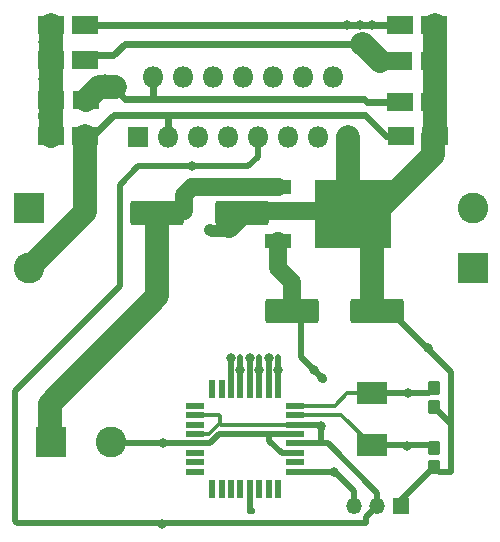
<source format=gbr>
%TF.GenerationSoftware,KiCad,Pcbnew,(6.0.5-0)*%
%TF.CreationDate,2022-06-28T13:52:29+02:00*%
%TF.ProjectId,JeepPCB,4a656570-5043-4422-9e6b-696361645f70,rev?*%
%TF.SameCoordinates,Original*%
%TF.FileFunction,Copper,L1,Top*%
%TF.FilePolarity,Positive*%
%FSLAX46Y46*%
G04 Gerber Fmt 4.6, Leading zero omitted, Abs format (unit mm)*
G04 Created by KiCad (PCBNEW (6.0.5-0)) date 2022-06-28 13:52:29*
%MOMM*%
%LPD*%
G01*
G04 APERTURE LIST*
G04 Aperture macros list*
%AMRoundRect*
0 Rectangle with rounded corners*
0 $1 Rounding radius*
0 $2 $3 $4 $5 $6 $7 $8 $9 X,Y pos of 4 corners*
0 Add a 4 corners polygon primitive as box body*
4,1,4,$2,$3,$4,$5,$6,$7,$8,$9,$2,$3,0*
0 Add four circle primitives for the rounded corners*
1,1,$1+$1,$2,$3*
1,1,$1+$1,$4,$5*
1,1,$1+$1,$6,$7*
1,1,$1+$1,$8,$9*
0 Add four rect primitives between the rounded corners*
20,1,$1+$1,$2,$3,$4,$5,0*
20,1,$1+$1,$4,$5,$6,$7,0*
20,1,$1+$1,$6,$7,$8,$9,0*
20,1,$1+$1,$8,$9,$2,$3,0*%
G04 Aperture macros list end*
%TA.AperFunction,SMDPad,CuDef*%
%ADD10R,2.200000X1.200000*%
%TD*%
%TA.AperFunction,SMDPad,CuDef*%
%ADD11R,6.400000X5.800000*%
%TD*%
%TA.AperFunction,SMDPad,CuDef*%
%ADD12RoundRect,0.250000X0.275000X-0.375000X0.275000X0.375000X-0.275000X0.375000X-0.275000X-0.375000X0*%
%TD*%
%TA.AperFunction,SMDPad,CuDef*%
%ADD13R,2.200000X1.500000*%
%TD*%
%TA.AperFunction,SMDPad,CuDef*%
%ADD14R,1.600000X0.550000*%
%TD*%
%TA.AperFunction,SMDPad,CuDef*%
%ADD15R,0.550000X1.600000*%
%TD*%
%TA.AperFunction,ComponentPad*%
%ADD16R,1.350000X1.350000*%
%TD*%
%TA.AperFunction,ComponentPad*%
%ADD17O,1.350000X1.350000*%
%TD*%
%TA.AperFunction,ComponentPad*%
%ADD18R,2.600000X2.600000*%
%TD*%
%TA.AperFunction,ComponentPad*%
%ADD19C,2.600000*%
%TD*%
%TA.AperFunction,SMDPad,CuDef*%
%ADD20R,2.500000X1.900000*%
%TD*%
%TA.AperFunction,SMDPad,CuDef*%
%ADD21RoundRect,0.250001X-1.999999X-0.799999X1.999999X-0.799999X1.999999X0.799999X-1.999999X0.799999X0*%
%TD*%
%TA.AperFunction,SMDPad,CuDef*%
%ADD22RoundRect,0.135000X0.185000X-0.135000X0.185000X0.135000X-0.185000X0.135000X-0.185000X-0.135000X0*%
%TD*%
%TA.AperFunction,ComponentPad*%
%ADD23R,1.800000X1.800000*%
%TD*%
%TA.AperFunction,ComponentPad*%
%ADD24O,1.800000X1.800000*%
%TD*%
%TA.AperFunction,ViaPad*%
%ADD25C,0.800000*%
%TD*%
%TA.AperFunction,Conductor*%
%ADD26C,1.500000*%
%TD*%
%TA.AperFunction,Conductor*%
%ADD27C,2.000000*%
%TD*%
%TA.AperFunction,Conductor*%
%ADD28C,1.000000*%
%TD*%
%TA.AperFunction,Conductor*%
%ADD29C,0.500000*%
%TD*%
%TA.AperFunction,Conductor*%
%ADD30C,0.300000*%
%TD*%
%TA.AperFunction,Conductor*%
%ADD31C,0.600000*%
%TD*%
G04 APERTURE END LIST*
D10*
%TO.P,RL1,1,VI*%
%TO.N,/5-12V*%
X63800000Y-56720000D03*
D11*
%TO.P,RL1,2,GND*%
%TO.N,Earth*%
X70100000Y-59000000D03*
D10*
%TO.P,RL1,3,VO*%
%TO.N,VCC*%
X63800000Y-61280000D03*
%TD*%
D12*
%TO.P,C3,1*%
%TO.N,Earth*%
X77000000Y-80400000D03*
%TO.P,C3,2*%
%TO.N,Net-(C3-Pad2)*%
X77000000Y-78800000D03*
%TD*%
D13*
%TO.P,D4,1,K*%
%TO.N,Net-(D4-Pad1)*%
X74100000Y-43000000D03*
%TO.P,D4,2,A*%
%TO.N,Earth*%
X77000000Y-43000000D03*
%TD*%
%TO.P,D6,1,K*%
%TO.N,/5-12V*%
X44550000Y-52400000D03*
%TO.P,D6,2,A*%
%TO.N,Net-(D2-Pad1)*%
X47450000Y-52400000D03*
%TD*%
D14*
%TO.P,U1,1,PD3*%
%TO.N,Net-(J1-Pad3)*%
X65250000Y-80800000D03*
%TO.P,U1,2,PD4*%
%TO.N,unconnected-(U1-Pad2)*%
X65250000Y-80000000D03*
%TO.P,U1,3,GND*%
%TO.N,Earth*%
X65250000Y-79200000D03*
%TO.P,U1,4,VCC*%
%TO.N,VCC*%
X65250000Y-78400000D03*
%TO.P,U1,5,GND*%
%TO.N,Earth*%
X65250000Y-77600000D03*
%TO.P,U1,6,VCC*%
%TO.N,VCC*%
X65250000Y-76800000D03*
%TO.P,U1,7,XTAL1/PB6*%
%TO.N,Net-(C3-Pad2)*%
X65250000Y-76000000D03*
%TO.P,U1,8,XTAL2/PB7*%
%TO.N,Net-(C4-Pad2)*%
X65250000Y-75200000D03*
D15*
%TO.P,U1,9,PD5*%
%TO.N,INO_D5*%
X63800000Y-73750000D03*
%TO.P,U1,10,PD6*%
%TO.N,INO_D6*%
X63000000Y-73750000D03*
%TO.P,U1,11,PD7*%
%TO.N,INO_D7*%
X62200000Y-73750000D03*
%TO.P,U1,12,PB0*%
%TO.N,INO_D8*%
X61400000Y-73750000D03*
%TO.P,U1,13,PB1*%
%TO.N,INO_D9*%
X60600000Y-73750000D03*
%TO.P,U1,14,PB2*%
%TO.N,INO_D10*%
X59800000Y-73750000D03*
%TO.P,U1,15,PB3*%
%TO.N,unconnected-(U1-Pad15)*%
X59000000Y-73750000D03*
%TO.P,U1,16,PB4*%
%TO.N,unconnected-(U1-Pad16)*%
X58200000Y-73750000D03*
D14*
%TO.P,U1,17,PB5*%
%TO.N,unconnected-(U1-Pad17)*%
X56750000Y-75200000D03*
%TO.P,U1,18,AVCC*%
%TO.N,VCC*%
X56750000Y-76000000D03*
%TO.P,U1,19,ADC6*%
%TO.N,unconnected-(U1-Pad19)*%
X56750000Y-76800000D03*
%TO.P,U1,20,AREF*%
%TO.N,VCC*%
X56750000Y-77600000D03*
%TO.P,U1,21,GND*%
%TO.N,Earth*%
X56750000Y-78400000D03*
%TO.P,U1,22,ADC7*%
%TO.N,unconnected-(U1-Pad22)*%
X56750000Y-79200000D03*
%TO.P,U1,23,PC0*%
%TO.N,unconnected-(U1-Pad23)*%
X56750000Y-80000000D03*
%TO.P,U1,24,PC1*%
%TO.N,unconnected-(U1-Pad24)*%
X56750000Y-80800000D03*
D15*
%TO.P,U1,25,PC2*%
%TO.N,unconnected-(U1-Pad25)*%
X58200000Y-82250000D03*
%TO.P,U1,26,PC3*%
%TO.N,unconnected-(U1-Pad26)*%
X59000000Y-82250000D03*
%TO.P,U1,27,PC4*%
%TO.N,unconnected-(U1-Pad27)*%
X59800000Y-82250000D03*
%TO.P,U1,28,PC5*%
%TO.N,unconnected-(U1-Pad28)*%
X60600000Y-82250000D03*
%TO.P,U1,29,~{RESET}/PC6*%
%TO.N,Net-(R1-Pad2)*%
X61400000Y-82250000D03*
%TO.P,U1,30,PD0*%
%TO.N,unconnected-(U1-Pad30)*%
X62200000Y-82250000D03*
%TO.P,U1,31,PD1*%
%TO.N,unconnected-(U1-Pad31)*%
X63000000Y-82250000D03*
%TO.P,U1,32,PD2*%
%TO.N,unconnected-(U1-Pad32)*%
X63800000Y-82250000D03*
%TD*%
D13*
%TO.P,D1,1,K*%
%TO.N,Net-(D1-Pad1)*%
X74100000Y-49450000D03*
%TO.P,D1,2,A*%
%TO.N,Earth*%
X77000000Y-49450000D03*
%TD*%
D16*
%TO.P,J1,1,Pin_1*%
%TO.N,Earth*%
X74200000Y-83700000D03*
D17*
%TO.P,J1,2,Pin_2*%
%TO.N,VCC*%
X72200000Y-83700000D03*
%TO.P,J1,3,Pin_3*%
%TO.N,Net-(J1-Pad3)*%
X70200000Y-83700000D03*
%TD*%
D13*
%TO.P,D8,1,K*%
%TO.N,/5-12V*%
X44550000Y-42950000D03*
%TO.P,D8,2,A*%
%TO.N,Net-(D4-Pad1)*%
X47450000Y-42950000D03*
%TD*%
%TO.P,D2,1,K*%
%TO.N,Net-(D2-Pad1)*%
X74150000Y-52350000D03*
%TO.P,D2,2,A*%
%TO.N,Earth*%
X77050000Y-52350000D03*
%TD*%
%TO.P,D5,1,K*%
%TO.N,/5-12V*%
X44600000Y-49300000D03*
%TO.P,D5,2,A*%
%TO.N,Net-(D1-Pad1)*%
X47500000Y-49300000D03*
%TD*%
D18*
%TO.P,J_FRONT1,1,Pin_1*%
%TO.N,Net-(D1-Pad1)*%
X42695000Y-58455000D03*
D19*
%TO.P,J_FRONT1,2,Pin_2*%
%TO.N,Net-(D2-Pad1)*%
X42695000Y-63535000D03*
%TD*%
D20*
%TO.P,Y1,1,1*%
%TO.N,Net-(C4-Pad2)*%
X71700000Y-74150000D03*
%TO.P,Y1,2,2*%
%TO.N,Net-(C3-Pad2)*%
X71700000Y-78550000D03*
%TD*%
D21*
%TO.P,C2,1*%
%TO.N,/5-12V*%
X53550000Y-58850000D03*
%TO.P,C2,2*%
%TO.N,Earth*%
X60750000Y-58850000D03*
%TD*%
D12*
%TO.P,C4,1*%
%TO.N,Earth*%
X77000000Y-75300000D03*
%TO.P,C4,2*%
%TO.N,Net-(C4-Pad2)*%
X77000000Y-73700000D03*
%TD*%
D22*
%TO.P,R1,1*%
%TO.N,VCC*%
X61450000Y-85160000D03*
%TO.P,R1,2*%
%TO.N,Net-(R1-Pad2)*%
X61450000Y-84140000D03*
%TD*%
D21*
%TO.P,C1,1*%
%TO.N,VCC*%
X65000000Y-67200000D03*
%TO.P,C1,2*%
%TO.N,Earth*%
X72200000Y-67200000D03*
%TD*%
D18*
%TO.P,J_MAIN_POWER1,1,Pin_1*%
%TO.N,/5-12V*%
X44555000Y-78255000D03*
D19*
%TO.P,J_MAIN_POWER1,2,Pin_2*%
%TO.N,Earth*%
X49635000Y-78255000D03*
%TD*%
D13*
%TO.P,D7,1,K*%
%TO.N,/5-12V*%
X44550000Y-45950000D03*
%TO.P,D7,2,A*%
%TO.N,Net-(D3-Pad1)*%
X47450000Y-45950000D03*
%TD*%
%TO.P,D3,1,K*%
%TO.N,Net-(D3-Pad1)*%
X74050000Y-46050000D03*
%TO.P,D3,2,A*%
%TO.N,Earth*%
X76950000Y-46050000D03*
%TD*%
D23*
%TO.P,MotorFET1,1,SENSE_A*%
%TO.N,Earth*%
X51905000Y-52435000D03*
D24*
%TO.P,MotorFET1,2,OUT1*%
%TO.N,Net-(D1-Pad1)*%
X53175000Y-47355000D03*
%TO.P,MotorFET1,3,OUT2*%
%TO.N,Net-(D2-Pad1)*%
X54445000Y-52435000D03*
%TO.P,MotorFET1,4,Vs*%
%TO.N,/5-12V*%
X55715000Y-47355000D03*
%TO.P,MotorFET1,5,IN1*%
%TO.N,INO_D10*%
X56985000Y-52435000D03*
%TO.P,MotorFET1,6,EnA*%
%TO.N,INO_D9*%
X58255000Y-47355000D03*
%TO.P,MotorFET1,7,IN2*%
%TO.N,INO_D8*%
X59525000Y-52435000D03*
%TO.P,MotorFET1,8,GND*%
%TO.N,Earth*%
X60795000Y-47355000D03*
%TO.P,MotorFET1,9,Vss*%
%TO.N,VCC*%
X62065000Y-52435000D03*
%TO.P,MotorFET1,10,IN3*%
%TO.N,INO_D7*%
X63335000Y-47355000D03*
%TO.P,MotorFET1,11,EnB*%
%TO.N,INO_D6*%
X64605000Y-52435000D03*
%TO.P,MotorFET1,12,IN4*%
%TO.N,INO_D5*%
X65875000Y-47355000D03*
%TO.P,MotorFET1,13,OUT3*%
%TO.N,Net-(D3-Pad1)*%
X67145000Y-52435000D03*
%TO.P,MotorFET1,14,OUT4*%
%TO.N,Net-(D4-Pad1)*%
X68415000Y-47355000D03*
%TO.P,MotorFET1,15,SENSE_B*%
%TO.N,Earth*%
X69685000Y-52435000D03*
%TD*%
D18*
%TO.P,J_BACK1,1,Pin_1*%
%TO.N,Net-(D3-Pad1)*%
X80305000Y-63545000D03*
D19*
%TO.P,J_BACK1,2,Pin_2*%
%TO.N,Net-(D4-Pad1)*%
X80305000Y-58465000D03*
%TD*%
D25*
%TO.N,/5-12V*%
X44000000Y-76050000D03*
X45000000Y-47550000D03*
X44950000Y-76050000D03*
X45000000Y-50850000D03*
X45000000Y-44400000D03*
X43850000Y-44400000D03*
X43900000Y-50850000D03*
X43900000Y-47550000D03*
%TO.N,Earth*%
X54000000Y-78400000D03*
X76500000Y-47550000D03*
X76650000Y-50900000D03*
X58100000Y-60350000D03*
X77600000Y-44550000D03*
X77650000Y-47550000D03*
X77700000Y-50900000D03*
X76450000Y-70350000D03*
X59100000Y-60400000D03*
X76600000Y-44450000D03*
%TO.N,VCC*%
X53950000Y-85250000D03*
X67400000Y-76950000D03*
X63850000Y-63300000D03*
X67500000Y-72850000D03*
X63850000Y-62150000D03*
X56500000Y-54900000D03*
X66800000Y-72150000D03*
%TO.N,Net-(D1-Pad1)*%
X49100000Y-47550000D03*
X50150000Y-47600000D03*
X48600000Y-48250000D03*
X49600000Y-48250000D03*
%TO.N,Net-(D3-Pad1)*%
X71850000Y-44900000D03*
X71100000Y-44500000D03*
X71150000Y-45450000D03*
%TO.N,Net-(D4-Pad1)*%
X70700000Y-43000000D03*
X69600000Y-43000000D03*
X71750000Y-43000000D03*
%TO.N,Net-(J1-Pad3)*%
X68550000Y-80850000D03*
%TO.N,INO_D9*%
X60600000Y-72150000D03*
%TO.N,INO_D10*%
X59800000Y-71150000D03*
%TO.N,INO_D8*%
X61400000Y-71200000D03*
%TO.N,INO_D7*%
X62200000Y-72150000D03*
%TO.N,INO_D5*%
X63800000Y-72200000D03*
%TO.N,INO_D6*%
X63000000Y-71150000D03*
%TO.N,Net-(C3-Pad2)*%
X74700000Y-78600000D03*
%TO.N,Net-(C4-Pad2)*%
X74750000Y-74150000D03*
%TD*%
D26*
%TO.N,/5-12V*%
X55850000Y-58750000D02*
X55850000Y-57350000D01*
D27*
X44550000Y-50600000D02*
X44500000Y-50650000D01*
X44455000Y-75045000D02*
X53550000Y-65950000D01*
X44550000Y-50700000D02*
X44550000Y-52400000D01*
D26*
X55850000Y-57350000D02*
X56480000Y-56720000D01*
X56480000Y-56720000D02*
X63800000Y-56720000D01*
D27*
X44455000Y-78155000D02*
X44555000Y-78255000D01*
X44500000Y-50650000D02*
X44550000Y-50700000D01*
X44550000Y-42950000D02*
X44550000Y-50600000D01*
X53550000Y-65950000D02*
X53550000Y-58850000D01*
X44455000Y-75045000D02*
X44455000Y-78155000D01*
%TO.N,Earth*%
X77100000Y-52149022D02*
X77100000Y-43000000D01*
D28*
X59200000Y-58750000D02*
X59200000Y-60450000D01*
D29*
X74200000Y-83700000D02*
X74200000Y-83200000D01*
X57997850Y-78400000D02*
X56750000Y-78400000D01*
D27*
X69850000Y-58750000D02*
X70100000Y-59000000D01*
D29*
X78450000Y-72350000D02*
X78450000Y-77100000D01*
X71775000Y-65500000D02*
X71775000Y-65675000D01*
D27*
X76900000Y-52349022D02*
X77100000Y-52149022D01*
D29*
X56750000Y-78400000D02*
X49780000Y-78400000D01*
X77400000Y-80800000D02*
X77000000Y-80400000D01*
X63050000Y-78150000D02*
X64100000Y-79200000D01*
X63050000Y-77600000D02*
X58797850Y-77600000D01*
X78450000Y-77100000D02*
X78450000Y-80800000D01*
D27*
X71775000Y-65500000D02*
X71775000Y-60675000D01*
D29*
X77000000Y-75300000D02*
X78450000Y-76750000D01*
X78450000Y-80800000D02*
X77400000Y-80800000D01*
D26*
X59200000Y-58750000D02*
X69850000Y-58750000D01*
D29*
X71775000Y-65675000D02*
X78450000Y-72350000D01*
D27*
X71775000Y-60675000D02*
X70100000Y-59000000D01*
D28*
X58200000Y-60450000D02*
X58050000Y-60300000D01*
X59200000Y-60450000D02*
X58200000Y-60450000D01*
D29*
X63050000Y-77600000D02*
X63050000Y-78150000D01*
X49780000Y-78400000D02*
X49635000Y-78255000D01*
D27*
X71899022Y-59000000D02*
X76900000Y-53999022D01*
D29*
X74200000Y-83200000D02*
X77000000Y-80400000D01*
D27*
X69685000Y-52435000D02*
X69685000Y-58585000D01*
D29*
X78450000Y-76750000D02*
X78450000Y-77100000D01*
D27*
X71775000Y-65500000D02*
X71775000Y-66775000D01*
X76900000Y-53999022D02*
X76900000Y-52349022D01*
D30*
X77250000Y-80650000D02*
X77000000Y-80400000D01*
D27*
X60750000Y-58850000D02*
X59650000Y-59950000D01*
D29*
X64100000Y-79200000D02*
X65250000Y-79200000D01*
D27*
X71775000Y-66775000D02*
X72200000Y-67200000D01*
X69685000Y-58585000D02*
X70100000Y-59000000D01*
D29*
X65250000Y-77600000D02*
X63050000Y-77600000D01*
X58797850Y-77600000D02*
X57997850Y-78400000D01*
D27*
X70100000Y-59000000D02*
X71899022Y-59000000D01*
D29*
%TO.N,VCC*%
X72200000Y-82600000D02*
X72200000Y-83700000D01*
D30*
X56750000Y-77600000D02*
X57950000Y-77600000D01*
D29*
X67401040Y-78400000D02*
X65250000Y-78400000D01*
D30*
X58850000Y-76700000D02*
X58950000Y-76800000D01*
D29*
X65750000Y-67950000D02*
X65000000Y-67200000D01*
X51950000Y-54950000D02*
X50400000Y-56500000D01*
X71241040Y-85160000D02*
X71241040Y-84658960D01*
X67401040Y-78400000D02*
X68000000Y-78400000D01*
D26*
X65000000Y-67200000D02*
X65000000Y-64750000D01*
D29*
X67401040Y-78400000D02*
X67401040Y-77298960D01*
D30*
X57950000Y-77600000D02*
X58850000Y-76700000D01*
X58850000Y-76050000D02*
X58800000Y-76000000D01*
D29*
X65250000Y-76800000D02*
X67100000Y-76800000D01*
X41500000Y-85000000D02*
X41660000Y-85160000D01*
X41500000Y-73950000D02*
X41500000Y-85000000D01*
X68000000Y-78400000D02*
X72200000Y-82600000D01*
X50400000Y-65050000D02*
X41500000Y-73950000D01*
X67650000Y-73000000D02*
X65750000Y-71100000D01*
D26*
X65000000Y-64750000D02*
X63800000Y-63550000D01*
D29*
X50400000Y-56500000D02*
X50400000Y-65050000D01*
X62065000Y-54135000D02*
X61250000Y-54950000D01*
D30*
X58850000Y-76700000D02*
X58850000Y-76050000D01*
X58800000Y-76000000D02*
X56750000Y-76000000D01*
D29*
X62065000Y-52435000D02*
X62065000Y-54135000D01*
X61450000Y-85160000D02*
X71241040Y-85160000D01*
X67401040Y-78400000D02*
X67401040Y-78098960D01*
X71241040Y-84658960D02*
X72200000Y-83700000D01*
X61250000Y-54950000D02*
X51950000Y-54950000D01*
X65750000Y-71100000D02*
X65750000Y-67950000D01*
X67401040Y-77298960D02*
X67500000Y-77200000D01*
D30*
X58950000Y-76800000D02*
X65250000Y-76800000D01*
D26*
X63800000Y-61280000D02*
X63800000Y-63550000D01*
D29*
X41660000Y-85160000D02*
X61450000Y-85160000D01*
X67100000Y-76800000D02*
X67500000Y-77200000D01*
D27*
%TO.N,Net-(D1-Pad1)*%
X48600000Y-48250000D02*
X50000000Y-48250000D01*
D31*
X71100000Y-49250000D02*
X71300000Y-49450000D01*
D27*
X47550000Y-49300000D02*
X48600000Y-48250000D01*
D31*
X53175000Y-48975000D02*
X53450000Y-49250000D01*
X50850000Y-49250000D02*
X50300000Y-48700000D01*
X53450000Y-49250000D02*
X71100000Y-49250000D01*
X53175000Y-47355000D02*
X53175000Y-48975000D01*
D28*
X53080000Y-47450000D02*
X53175000Y-47355000D01*
D27*
X47500000Y-49300000D02*
X47550000Y-49300000D01*
D31*
X71300000Y-49450000D02*
X74100000Y-49450000D01*
X53450000Y-49250000D02*
X50850000Y-49250000D01*
%TO.N,Net-(D2-Pad1)*%
X49900000Y-50550000D02*
X55350000Y-50550000D01*
X74150000Y-52350000D02*
X72950000Y-52350000D01*
X48050000Y-52400000D02*
X49900000Y-50550000D01*
X54445000Y-52435000D02*
X54445000Y-50605000D01*
X55350000Y-50550000D02*
X71150000Y-50550000D01*
D27*
X47450000Y-58780000D02*
X47450000Y-52400000D01*
X42695000Y-63535000D02*
X47450000Y-58780000D01*
D31*
X54445000Y-50605000D02*
X54500000Y-50550000D01*
X47450000Y-52400000D02*
X48050000Y-52400000D01*
X72950000Y-52350000D02*
X71150000Y-50550000D01*
X54500000Y-50550000D02*
X55350000Y-50550000D01*
%TO.N,Net-(D3-Pad1)*%
X49850000Y-45500000D02*
X50800000Y-44550000D01*
D27*
X72400000Y-46050000D02*
X70949511Y-44599511D01*
D26*
X74050000Y-46050000D02*
X72400000Y-46050000D01*
D31*
X50800000Y-44550000D02*
X70900000Y-44550000D01*
D27*
X70949511Y-44599511D02*
X70900000Y-44599511D01*
D31*
X47450000Y-45500000D02*
X49850000Y-45500000D01*
%TO.N,Net-(D4-Pad1)*%
X71300000Y-43000000D02*
X70750000Y-43000000D01*
X72400000Y-43000000D02*
X71850000Y-43000000D01*
X71350000Y-43000000D02*
X71300000Y-43000000D01*
X47500000Y-43000000D02*
X47450000Y-42950000D01*
X71850000Y-43000000D02*
X71350000Y-43000000D01*
X74100000Y-43000000D02*
X72400000Y-43000000D01*
X70750000Y-43000000D02*
X70200000Y-43000000D01*
X70200000Y-43000000D02*
X47500000Y-43000000D01*
D29*
%TO.N,Net-(J1-Pad3)*%
X65250000Y-80800000D02*
X68600000Y-80800000D01*
X70200000Y-82400000D02*
X70200000Y-83700000D01*
X68600000Y-80800000D02*
X70200000Y-82400000D01*
%TO.N,INO_D9*%
X60600000Y-72000000D02*
X60600000Y-71800000D01*
X60600000Y-71200000D02*
X60600000Y-71050000D01*
X60600000Y-73750000D02*
X60600000Y-72400000D01*
X60600000Y-72400000D02*
X60600000Y-72000000D01*
X60600000Y-72000000D02*
X60600000Y-71200000D01*
%TO.N,INO_D10*%
X59800000Y-71250000D02*
X59800000Y-71100000D01*
X59800000Y-73750000D02*
X59800000Y-72400000D01*
X59800000Y-72400000D02*
X59800000Y-72300000D01*
X59800000Y-72300000D02*
X59800000Y-71750000D01*
X59800000Y-71750000D02*
X59800000Y-71250000D01*
%TO.N,INO_D8*%
X61400000Y-72400000D02*
X61400000Y-71800000D01*
X61400000Y-73750000D02*
X61400000Y-72400000D01*
X61400000Y-71250000D02*
X61400000Y-71050000D01*
X61400000Y-71800000D02*
X61400000Y-71250000D01*
%TO.N,INO_D7*%
X62200000Y-71850000D02*
X62200000Y-71250000D01*
X62200000Y-72450000D02*
X62200000Y-71850000D01*
X62200000Y-73750000D02*
X62200000Y-72450000D01*
X62200000Y-71250000D02*
X62200000Y-71100000D01*
%TO.N,INO_D5*%
X63800000Y-72400000D02*
X63800000Y-71800000D01*
X63800000Y-71800000D02*
X63800000Y-71200000D01*
X63800000Y-71200000D02*
X63800000Y-71100000D01*
X63800000Y-73750000D02*
X63800000Y-72400000D01*
%TO.N,INO_D6*%
X63000000Y-72350000D02*
X63000000Y-71850000D01*
X63000000Y-73750000D02*
X63000000Y-72350000D01*
X63000000Y-71250000D02*
X63000000Y-71000000D01*
X63000000Y-71800000D02*
X63000000Y-71250000D01*
X63000000Y-71850000D02*
X63000000Y-71800000D01*
%TO.N,Net-(C3-Pad2)*%
X76750000Y-78550000D02*
X77000000Y-78800000D01*
D30*
X65250000Y-76000000D02*
X69150000Y-76000000D01*
D29*
X71700000Y-78550000D02*
X76750000Y-78550000D01*
D30*
X69150000Y-76000000D02*
X71700000Y-78550000D01*
D29*
%TO.N,Net-(C4-Pad2)*%
X77000000Y-73700000D02*
X76550000Y-74150000D01*
D30*
X68600000Y-75200000D02*
X69650000Y-74150000D01*
X69650000Y-74150000D02*
X71700000Y-74150000D01*
X65250000Y-75200000D02*
X68600000Y-75200000D01*
D29*
X76550000Y-74150000D02*
X71700000Y-74150000D01*
%TO.N,Net-(R1-Pad2)*%
X61400000Y-82250000D02*
X61400000Y-84090000D01*
X61400000Y-84090000D02*
X61450000Y-84140000D01*
%TD*%
M02*

</source>
